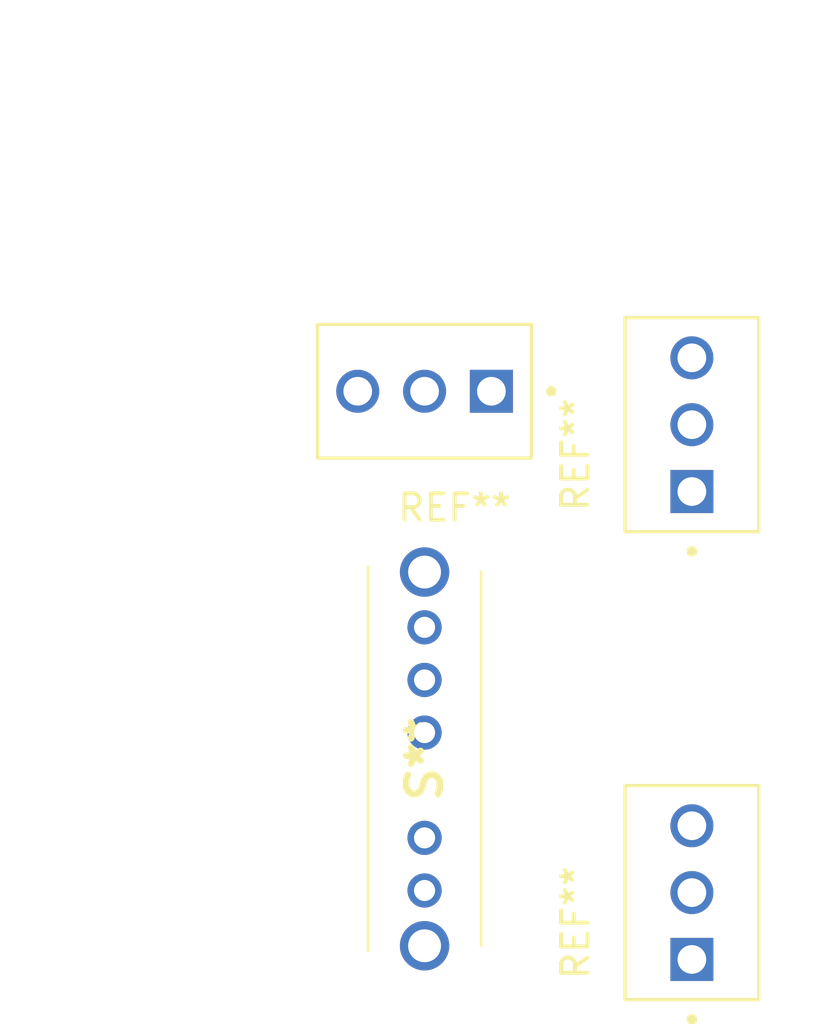
<source format=kicad_pcb>
(kicad_pcb (version 20211014) (generator pcbnew)
  (layers (0 "F.Cu" signal) (31 "B.Cu" signal) (34 "B.Paste" user) (35 "F.Paste" user) (36 "B.SilkS" user "B.Silkscreen") (37 "F.SilkS" user "F.Silkscreen") (38 "B.Mask" user) (39 "F.Mask" user) (44 "Edge.Cuts" user))
  (net 0 "")
  (footprint "footprints:SW-T3-2B-A-A3-S1" (layer "F.Cu") (at 190.5 114.3 90)
    (fp_text reference "REF**" (at -1.14 -4.425 90) (layer "F.SilkS"))
    (fp_text value "SW-T3-2B-A-A3-S1")
    (fp_line (start 4.065 2.54) (end 4.065 -2.54) (layer "F.SilkS") (width 0.127))
    (fp_line (start -4.065 2.54) (end -4.065 -2.54) (layer "F.SilkS") (width 0.127))
    (fp_line (start -4.065 -2.54) (end 4.065 -2.54) (layer "F.SilkS") (width 0.127))
    (fp_line (start 4.065 2.54) (end -4.065 2.54) (layer "F.SilkS") (width 0.127))
    (fp_circle (center -4.815 0) (end -4.715 0) (layer "F.SilkS") (width 0.2) (fill none))
    (pad "1" thru_hole rect (at -2.54 0 90) (size 1.635 1.635) (drill 1.09) (layers F&B.Cu *.Mask))
    (pad "2" thru_hole circle (at 0 0 90) (size 1.635 1.635) (drill 1.09) (layers F&B.Cu *.Mask))
    (pad "3" thru_hole circle (at 2.54 0 90) (size 1.635 1.635) (drill 1.09) (layers F&B.Cu *.Mask))
  )
  (footprint "footprints:SS14D0839VG5PA" (layer "F.Cu") (at 180.34 114.22 90)
    (fp_text reference "S**" (at 5 0 90) (layer "F.SilkS") (effects (font (size 1.27 1.27) (thickness 0.254))))
    (fp_text value "SS14D0839VG5PA" hide)
    (fp_line (start -2.1 2.15) (end 12.1 2.15) (layer "F.SilkS") (width 0.1))
    (fp_line (start -2.3 -2.15) (end 12.3 -2.15) (layer "F.SilkS") (width 0.1))
    (pad "1" thru_hole circle locked (at 0 0 90) (size 1.3 1.3) (drill 0.8) (layers *.Cu *.Mask))
    (pad "2" thru_hole circle locked (at 2 0 90) (size 1.3 1.3) (drill 0.8) (layers *.Cu *.Mask))
    (pad "3" thru_hole circle locked (at 6 0 90) (size 1.3 1.3) (drill 0.8) (layers *.Cu *.Mask))
    (pad "4" thru_hole circle locked (at 8 0 90) (size 1.3 1.3) (drill 0.8) (layers *.Cu *.Mask))
    (pad "5" thru_hole circle locked (at 10 0 90) (size 1.3 1.3) (drill 0.8) (layers *.Cu *.Mask))
    (pad "MH1" thru_hole circle locked (at -2.1 0 90) (size 1.875 1.875) (drill 1.25) (layers *.Cu *.Mask))
    (pad "MH2" thru_hole circle locked (at 12.1 0 90) (size 1.875 1.875) (drill 1.25) (layers *.Cu *.Mask))
  )
  (footprint "footprints:SW-T3-2B-A-A3-S1" (layer "F.Cu") (at 180.34 95.25 180)
    (fp_text reference "REF**" (at -1.14 -4.425) (layer "F.SilkS"))
    (fp_text value "SW-T3-2B-A-A3-S1")
    (fp_line (start 4.065 2.54) (end 4.065 -2.54) (layer "F.SilkS") (width 0.127))
    (fp_line (start -4.065 2.54) (end -4.065 -2.54) (layer "F.SilkS") (width 0.127))
    (fp_line (start -4.065 -2.54) (end 4.065 -2.54) (layer "F.SilkS") (width 0.127))
    (fp_line (start 4.065 2.54) (end -4.065 2.54) (layer "F.SilkS") (width 0.127))
    (fp_circle (center -4.815 0) (end -4.715 0) (layer "F.SilkS") (width 0.2) (fill none))
    (pad "1" thru_hole rect (at -2.54 0 180) (size 1.635 1.635) (drill 1.09) (layers F&B.Cu *.Mask))
    (pad "2" thru_hole circle (at 0 0 180) (size 1.635 1.635) (drill 1.09) (layers F&B.Cu *.Mask))
    (pad "3" thru_hole circle (at 2.54 0 180) (size 1.635 1.635) (drill 1.09) (layers F&B.Cu *.Mask))
  )
  (footprint "footprints:SW-T3-2B-A-A3-S1" (layer "F.Cu") (at 190.5 96.52 90)
    (fp_text reference "REF**" (at -1.14 -4.425 90) (layer "F.SilkS"))
    (fp_text value "SW-T3-2B-A-A3-S1")
    (fp_line (start 4.065 2.54) (end 4.065 -2.54) (layer "F.SilkS") (width 0.127))
    (fp_line (start -4.065 2.54) (end -4.065 -2.54) (layer "F.SilkS") (width 0.127))
    (fp_line (start -4.065 -2.54) (end 4.065 -2.54) (layer "F.SilkS") (width 0.127))
    (fp_line (start 4.065 2.54) (end -4.065 2.54) (layer "F.SilkS") (width 0.127))
    (fp_circle (center -4.815 0) (end -4.715 0) (layer "F.SilkS") (width 0.2) (fill none))
    (pad "1" thru_hole rect (at -2.54 0 90) (size 1.635 1.635) (drill 1.09) (layers *.Cu *.Mask))
    (pad "2" thru_hole circle (at 0 0 90) (size 1.635 1.635) (drill 1.09) (layers *.Cu *.Mask))
    (pad "3" thru_hole circle (at 2.54 0 90) (size 1.635 1.635) (drill 1.09) (layers *.Cu *.Mask))
  )
)
</source>
